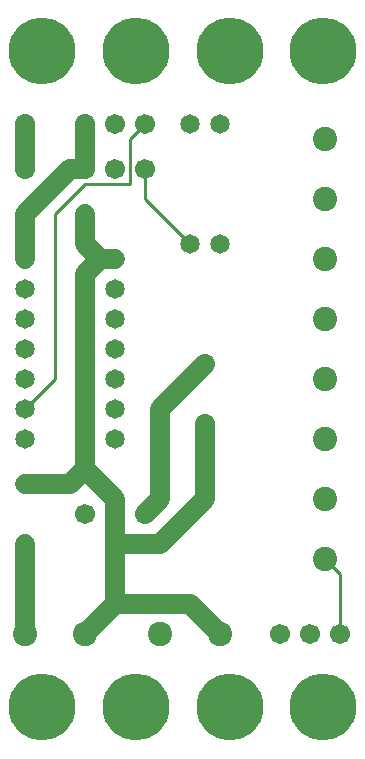
<source format=gtl>
%MOIN*%
%FSLAX25Y25*%
G04 D10 used for Character Trace; *
G04     Circle (OD=.01000) (No hole)*
G04 D11 used for Power Trace; *
G04     Circle (OD=.06700) (No hole)*
G04 D12 used for Signal Trace; *
G04     Circle (OD=.01100) (No hole)*
G04 D13 used for Via; *
G04     Circle (OD=.05800) (Round. Hole ID=.02800)*
G04 D14 used for Component hole; *
G04     Circle (OD=.06500) (Round. Hole ID=.03500)*
G04 D15 used for Component hole; *
G04     Circle (OD=.06700) (Round. Hole ID=.04300)*
G04 D16 used for Component hole; *
G04     Circle (OD=.08100) (Round. Hole ID=.05100)*
G04 D17 used for Component hole; *
G04     Circle (OD=.08900) (Round. Hole ID=.05900)*
G04 D18 used for Component hole; *
G04     Circle (OD=.11300) (Round. Hole ID=.08300)*
G04 D19 used for Component hole; *
G04     Circle (OD=.16000) (Round. Hole ID=.13000)*
G04 D20 used for Component hole; *
G04     Circle (OD=.18300) (Round. Hole ID=.15300)*
G04 D21 used for Component hole; *
G04     Circle (OD=.22291) (Round. Hole ID=.19291)*
%ADD10C,.01000*%
%ADD11C,.06700*%
%ADD12C,.01100*%
%ADD13C,.05800*%
%ADD14C,.06500*%
%ADD15C,.06700*%
%ADD16C,.08100*%
%ADD17C,.08900*%
%ADD18C,.11300*%
%ADD19C,.16000*%
%ADD20C,.18300*%
%ADD21C,.22291*%
%IPPOS*%
%LPD*%
G90*X0Y0D02*D21*X15625Y15625D03*D16*              
X30000Y40000D03*D11*X40000Y50000D01*X65000D01*    
X75000Y40000D01*D16*D03*D15*X95000D03*D16*        
X55000D03*D21*X78125Y15625D03*D15*                
X105000Y40000D03*D11*X40000Y70000D02*X55000D01*   
D15*X40000D03*D11*Y50000D01*X55000Y70000D02*      
X70000Y85000D01*Y110000D01*D15*D03*D11*           
X55000Y85000D02*Y115000D01*X50000Y80000D02*       
X55000Y85000D01*D15*X50000Y80000D03*D11*          
X40000Y70000D02*Y85000D01*X30000Y95000D01*        
X25000Y90000D01*X10000D01*D14*D03*Y105000D03*D15* 
X30000Y80000D03*D14*X10000Y70000D03*D11*Y40000D01*
D16*D03*D21*X46875Y15625D03*D11*X30000Y95000D02*  
Y160000D01*X35000Y165000D01*X40000D01*D14*D03*D11*
X35000D02*X30000Y170000D01*Y180000D01*D14*D03*D12*
X20000D02*X30000Y190000D01*X20000Y125000D02*      
Y180000D01*X10000Y115000D02*X20000Y125000D01*D14* 
X10000Y115000D03*Y125000D03*Y135000D03*           
X40000Y145000D03*Y105000D03*Y115000D03*           
X10000Y145000D03*X40000Y125000D03*Y135000D03*     
Y155000D03*X10000D03*D11*X55000Y115000D02*        
X70000Y130000D01*D15*D03*D16*X110000Y105000D03*   
Y125000D03*D14*X75000Y170000D03*X65000D03*D12*    
X50000Y185000D01*Y195000D01*D15*D03*D12*          
X30000Y190000D02*X45000D01*D11*X10000Y180000D02*  
X25000Y195000D01*D14*X10000Y180000D03*D11*        
Y165000D01*D14*D03*D15*X40000Y195000D03*X30000D03*
D11*X25000D01*X30000D02*Y210000D01*D15*D03*       
X40000D03*D12*X45000Y190000D02*Y205000D01*        
X50000Y210000D01*D15*D03*D14*X65000D03*X75000D03* 
D21*X46875Y234375D03*X78125D03*X15625D03*D15*     
X10000Y210000D03*D11*Y195000D01*D15*D03*D16*      
X110000Y145000D03*Y165000D03*Y185000D03*          
Y205000D03*D21*X109375Y234375D03*D16*             
X110000Y85000D03*Y65000D03*D12*X115000Y60000D01*  
Y40000D01*D15*D03*D21*X109375Y15625D03*M02*       

</source>
